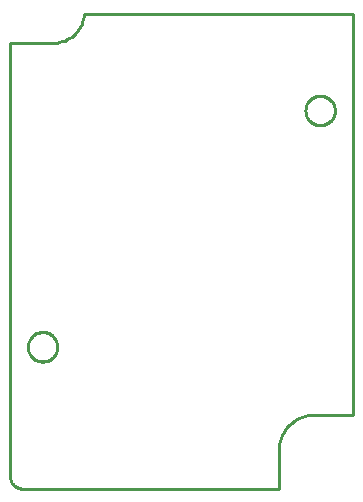
<source format=gbr>
G04 EAGLE Gerber RS-274X export*
G75*
%MOMM*%
%FSLAX34Y34*%
%LPD*%
%IN*%
%IPPOS*%
%AMOC8*
5,1,8,0,0,1.08239X$1,22.5*%
G01*
%ADD10C,0.254000*%


D10*
X0Y10000D02*
X38Y9128D01*
X152Y8264D01*
X341Y7412D01*
X603Y6580D01*
X937Y5774D01*
X1340Y5000D01*
X1808Y4264D01*
X2340Y3572D01*
X2929Y2929D01*
X3572Y2340D01*
X4264Y1808D01*
X5000Y1340D01*
X5774Y937D01*
X6580Y603D01*
X7412Y341D01*
X8264Y152D01*
X9128Y38D01*
X10000Y0D01*
X227500Y0D01*
X227500Y32500D01*
X227614Y35115D01*
X227956Y37709D01*
X228522Y40265D01*
X229309Y42761D01*
X230311Y45179D01*
X231519Y47500D01*
X232925Y49707D01*
X234519Y51784D01*
X236287Y53713D01*
X238216Y55481D01*
X240293Y57075D01*
X242500Y58481D01*
X244821Y59689D01*
X247239Y60691D01*
X249735Y61478D01*
X252291Y62044D01*
X254885Y62386D01*
X257500Y62500D01*
X290000Y62500D01*
X290000Y402000D01*
X62500Y402000D01*
X62270Y399740D01*
X61845Y397508D01*
X61226Y395322D01*
X60419Y393198D01*
X59430Y391152D01*
X58267Y389201D01*
X56938Y387358D01*
X55453Y385638D01*
X53824Y384055D01*
X52063Y382619D01*
X50184Y381342D01*
X48201Y380233D01*
X46129Y379302D01*
X43983Y378555D01*
X41780Y377998D01*
X39538Y377635D01*
X37272Y377468D01*
X35000Y377500D01*
X0Y377500D01*
X0Y10000D01*
X275000Y319509D02*
X274923Y318530D01*
X274769Y317560D01*
X274540Y316604D01*
X274236Y315670D01*
X273861Y314763D01*
X273415Y313888D01*
X272901Y313050D01*
X272324Y312255D01*
X271686Y311508D01*
X270992Y310814D01*
X270245Y310176D01*
X269450Y309599D01*
X268612Y309085D01*
X267737Y308639D01*
X266830Y308264D01*
X265896Y307960D01*
X264941Y307731D01*
X263970Y307577D01*
X262991Y307500D01*
X262009Y307500D01*
X261030Y307577D01*
X260060Y307731D01*
X259104Y307960D01*
X258170Y308264D01*
X257263Y308639D01*
X256388Y309085D01*
X255550Y309599D01*
X254755Y310176D01*
X254008Y310814D01*
X253314Y311508D01*
X252676Y312255D01*
X252099Y313050D01*
X251585Y313888D01*
X251139Y314763D01*
X250764Y315670D01*
X250460Y316604D01*
X250231Y317560D01*
X250077Y318530D01*
X250000Y319509D01*
X250000Y320491D01*
X250077Y321470D01*
X250231Y322441D01*
X250460Y323396D01*
X250764Y324330D01*
X251139Y325237D01*
X251585Y326112D01*
X252099Y326950D01*
X252676Y327745D01*
X253314Y328492D01*
X254008Y329186D01*
X254755Y329824D01*
X255550Y330401D01*
X256388Y330915D01*
X257263Y331361D01*
X258170Y331736D01*
X259104Y332040D01*
X260060Y332269D01*
X261030Y332423D01*
X262009Y332500D01*
X262991Y332500D01*
X263970Y332423D01*
X264941Y332269D01*
X265896Y332040D01*
X266830Y331736D01*
X267737Y331361D01*
X268612Y330915D01*
X269450Y330401D01*
X270245Y329824D01*
X270992Y329186D01*
X271686Y328492D01*
X272324Y327745D01*
X272901Y326950D01*
X273415Y326112D01*
X273861Y325237D01*
X274236Y324330D01*
X274540Y323396D01*
X274769Y322441D01*
X274923Y321470D01*
X275000Y320491D01*
X275000Y319509D01*
X40000Y119509D02*
X39923Y118530D01*
X39769Y117560D01*
X39540Y116604D01*
X39236Y115670D01*
X38861Y114763D01*
X38415Y113888D01*
X37901Y113050D01*
X37324Y112255D01*
X36686Y111508D01*
X35992Y110814D01*
X35245Y110176D01*
X34450Y109599D01*
X33612Y109085D01*
X32737Y108639D01*
X31830Y108264D01*
X30896Y107960D01*
X29941Y107731D01*
X28970Y107577D01*
X27991Y107500D01*
X27009Y107500D01*
X26030Y107577D01*
X25060Y107731D01*
X24104Y107960D01*
X23170Y108264D01*
X22263Y108639D01*
X21388Y109085D01*
X20550Y109599D01*
X19755Y110176D01*
X19008Y110814D01*
X18314Y111508D01*
X17676Y112255D01*
X17099Y113050D01*
X16585Y113888D01*
X16139Y114763D01*
X15764Y115670D01*
X15460Y116604D01*
X15231Y117560D01*
X15077Y118530D01*
X15000Y119509D01*
X15000Y120491D01*
X15077Y121470D01*
X15231Y122441D01*
X15460Y123396D01*
X15764Y124330D01*
X16139Y125237D01*
X16585Y126112D01*
X17099Y126950D01*
X17676Y127745D01*
X18314Y128492D01*
X19008Y129186D01*
X19755Y129824D01*
X20550Y130401D01*
X21388Y130915D01*
X22263Y131361D01*
X23170Y131736D01*
X24104Y132040D01*
X25060Y132269D01*
X26030Y132423D01*
X27009Y132500D01*
X27991Y132500D01*
X28970Y132423D01*
X29941Y132269D01*
X30896Y132040D01*
X31830Y131736D01*
X32737Y131361D01*
X33612Y130915D01*
X34450Y130401D01*
X35245Y129824D01*
X35992Y129186D01*
X36686Y128492D01*
X37324Y127745D01*
X37901Y126950D01*
X38415Y126112D01*
X38861Y125237D01*
X39236Y124330D01*
X39540Y123396D01*
X39769Y122441D01*
X39923Y121470D01*
X40000Y120491D01*
X40000Y119509D01*
M02*

</source>
